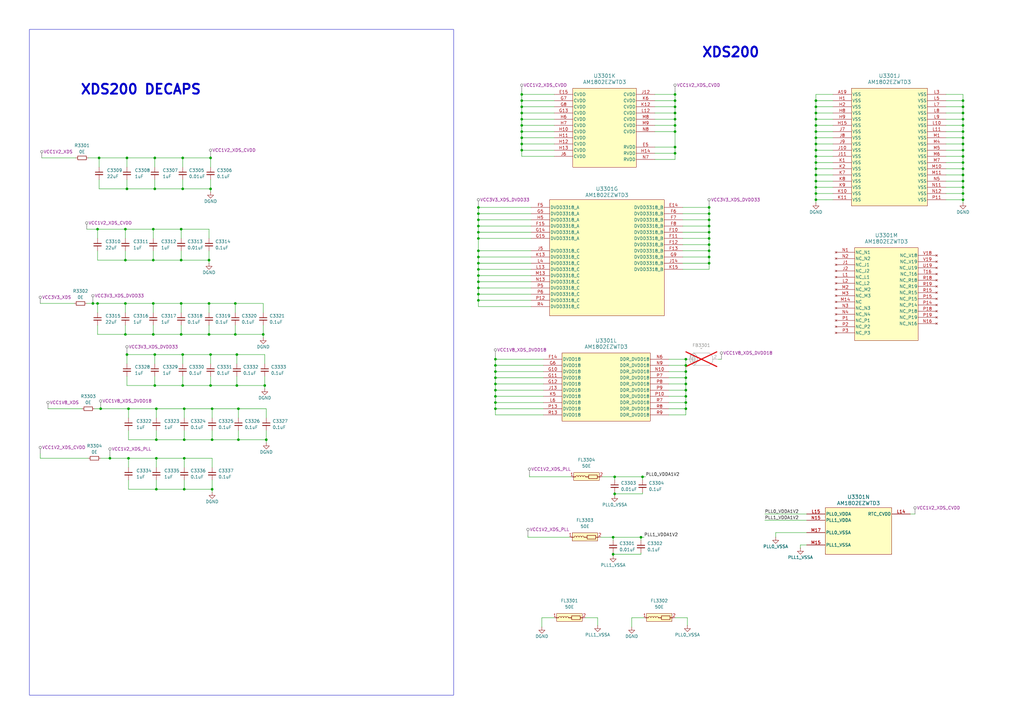
<source format=kicad_sch>
(kicad_sch (version 20250114) (generator "eeschema") (generator_version "9.0")
  (paper "A3")
  (title_block (title "Barre de son (base saine)") (date "2025-05-16") (rev "1.0") (company "NDH"))
  (rectangle (start 12.065 12.065) (end 186.055 285.115))
  (text "XDS200" (at 299.72 21.59 0) (effects (font (size 4 4) (thickness 0.8) (bold yes))))
  (text "XDS200 DECAPS\n" (at 57.785 36.83 0) (effects (font (size 4 4) (thickness 0.8) (bold yes))))
  (junction (at 97.79 167.64))
  (junction (at 334.645 46.355))
  (junction (at 52.705 167.64))
  (junction (at 196.215 95.25))
  (junction (at 394.97 79.375))
  (junction (at 63.5 64.77))
  (junction (at 107.95 137.16))
  (junction (at 40.005 93.98))
  (junction (at 281.305 167.64))
  (junction (at 196.215 105.41))
  (junction (at 334.645 69.215))
  (junction (at 74.93 64.77))
  (junction (at 281.305 165.1))
  (junction (at 213.995 46.355))
  (junction (at 74.295 106.68))
  (junction (at 334.645 51.435))
  (junction (at 85.725 106.68))
  (junction (at 196.215 118.11))
  (junction (at 334.645 43.815))
  (junction (at 213.995 53.975))
  (junction (at 334.645 59.055))
  (junction (at 263.525 195.58))
  (junction (at 394.97 56.515))
  (junction (at 74.93 145.415))
  (junction (at 62.865 93.98))
  (junction (at 276.86 51.435))
  (junction (at 45.085 187.96))
  (junction (at 74.295 137.16))
  (junction (at 62.865 106.68))
  (junction (at 334.645 76.835))
  (junction (at 97.79 180.34))
  (junction (at 40.64 64.77))
  (junction (at 281.305 154.94))
  (junction (at 281.305 160.02))
  (junction (at 334.645 71.755))
  (junction (at 51.435 124.46))
  (junction (at 394.97 59.055))
  (junction (at 196.215 102.87))
  (junction (at 251.46 227.33))
  (junction (at 196.215 92.71))
  (junction (at 85.725 124.46))
  (junction (at 394.97 81.915))
  (junction (at 52.07 64.77))
  (junction (at 196.215 85.09))
  (junction (at 196.215 120.65))
  (junction (at 394.97 46.355))
  (junction (at 108.585 158.115))
  (junction (at 64.135 180.34))
  (junction (at 38.1 124.46))
  (junction (at 394.97 41.275))
  (junction (at 334.645 66.675))
  (junction (at 74.295 124.46))
  (junction (at 75.565 167.64))
  (junction (at 203.2 167.64))
  (junction (at 203.2 157.48))
  (junction (at 196.215 115.57))
  (junction (at 290.83 92.71))
  (junction (at 251.46 220.345))
  (junction (at 281.305 147.32))
  (junction (at 262.89 220.345))
  (junction (at 334.645 41.275))
  (junction (at 64.135 187.96))
  (junction (at 86.36 64.77))
  (junction (at 213.995 51.435))
  (junction (at 203.2 152.4))
  (junction (at 276.86 43.815))
  (junction (at 63.5 77.47))
  (junction (at 334.645 79.375))
  (junction (at 394.97 71.755))
  (junction (at 86.36 158.115))
  (junction (at 394.97 64.135))
  (junction (at 281.305 157.48))
  (junction (at 52.705 187.96))
  (junction (at 75.565 180.34))
  (junction (at 334.645 53.975))
  (junction (at 394.97 66.675))
  (junction (at 203.2 162.56))
  (junction (at 109.22 180.34))
  (junction (at 290.83 97.79))
  (junction (at 252.095 195.58))
  (junction (at 334.645 61.595))
  (junction (at 196.215 97.79))
  (junction (at 196.215 90.17))
  (junction (at 290.83 107.95))
  (junction (at 203.2 147.32))
  (junction (at 64.135 167.64))
  (junction (at 86.995 180.34))
  (junction (at 394.97 43.815))
  (junction (at 97.155 145.415))
  (junction (at 276.86 46.355))
  (junction (at 203.2 165.1))
  (junction (at 75.565 200.66))
  (junction (at 394.97 53.975))
  (junction (at 86.36 77.47))
  (junction (at 290.83 105.41))
  (junction (at 74.93 77.47))
  (junction (at 276.86 60.325))
  (junction (at 63.5 158.115))
  (junction (at 290.83 90.17))
  (junction (at 394.97 48.895))
  (junction (at 290.83 85.09))
  (junction (at 203.2 154.94))
  (junction (at 41.275 167.64))
  (junction (at 213.995 38.735))
  (junction (at 196.215 87.63))
  (junction (at 281.305 152.4))
  (junction (at 276.86 62.865))
  (junction (at 203.2 160.02))
  (junction (at 203.2 149.86))
  (junction (at 196.215 107.95))
  (junction (at 75.565 187.96))
  (junction (at 62.865 137.16))
  (junction (at 276.86 41.275))
  (junction (at 74.93 158.115))
  (junction (at 64.135 200.66))
  (junction (at 281.305 162.56))
  (junction (at 213.995 61.595))
  (junction (at 334.645 56.515))
  (junction (at 196.215 110.49))
  (junction (at 86.995 200.66))
  (junction (at 276.86 53.975))
  (junction (at 52.07 77.47))
  (junction (at 196.215 123.19))
  (junction (at 62.865 124.46))
  (junction (at 334.645 48.895))
  (junction (at 290.83 95.25))
  (junction (at 86.36 145.415))
  (junction (at 252.095 202.565))
  (junction (at 213.995 48.895))
  (junction (at 281.305 149.86))
  (junction (at 85.725 137.16))
  (junction (at 394.97 74.295))
  (junction (at 394.97 51.435))
  (junction (at 213.995 43.815))
  (junction (at 96.52 137.16))
  (junction (at 290.83 87.63))
  (junction (at 334.645 81.915))
  (junction (at 334.645 74.295))
  (junction (at 196.215 113.03))
  (junction (at 276.86 48.895))
  (junction (at 394.97 61.595))
  (junction (at 394.97 76.835))
  (junction (at 86.995 167.64))
  (junction (at 63.5 145.415))
  (junction (at 394.97 69.215))
  (junction (at 51.435 137.16))
  (junction (at 213.995 41.275))
  (junction (at 97.155 158.115))
  (junction (at 40.005 124.46))
  (junction (at 51.435 93.98))
  (junction (at 51.435 106.68))
  (junction (at 290.83 102.87))
  (junction (at 213.995 59.055))
  (junction (at 276.86 38.735))
  (junction (at 213.995 56.515))
  (junction (at 334.645 64.135))
  (junction (at 52.07 145.415))
  (junction (at 96.52 124.46))
  (junction (at 290.83 100.33))
  (junction (at 74.295 93.98))
  (wire (pts (xy 334.645 66.675) (xy 341.63 66.675)))
  (wire (pts (xy 196.215 102.87) (xy 196.215 97.79)))
  (wire (pts (xy 45.085 186.69) (xy 45.085 187.96)))
  (wire (pts (xy 86.995 180.34) (xy 97.79 180.34)))
  (wire (pts (xy 74.295 124.46) (xy 85.725 124.46)))
  (wire (pts (xy 281.94 147.32) (xy 281.305 147.32)))
  (wire (pts (xy 387.985 81.915) (xy 394.97 81.915)))
  (wire (pts (xy 281.94 256.54) (xy 281.94 253.365)))
  (wire (pts (xy 196.215 102.87) (xy 217.805 102.87)))
  (wire (pts (xy 290.83 84.455) (xy 290.83 85.09)))
  (wire (pts (xy 85.725 124.46) (xy 96.52 124.46)))
  (wire (pts (xy 216.535 219.71) (xy 216.535 220.345)))
  (wire (pts (xy 213.995 64.135) (xy 213.995 61.595)))
  (wire (pts (xy 334.645 83.185) (xy 334.645 81.915)))
  (wire (pts (xy 196.215 115.57) (xy 217.805 115.57)))
  (wire (pts (xy 213.995 59.055) (xy 213.995 56.515)))
  (wire (pts (xy 213.995 53.975) (xy 213.995 51.435)))
  (wire (pts (xy 62.865 93.98) (xy 74.295 93.98)))
  (wire (pts (xy 35.56 124.46) (xy 38.1 124.46)))
  (wire (pts (xy 52.705 200.66) (xy 52.705 196.85)))
  (wire (pts (xy 203.2 154.94) (xy 222.885 154.94)))
  (wire (pts (xy 196.215 92.71) (xy 217.805 92.71)))
  (wire (pts (xy 62.865 128.27) (xy 62.865 124.46)))
  (wire (pts (xy 40.64 64.77) (xy 52.07 64.77)))
  (wire (pts (xy 203.2 167.64) (xy 203.2 165.1)))
  (wire (pts (xy 196.215 120.65) (xy 217.805 120.65)))
  (wire (pts (xy 74.93 158.115) (xy 74.93 154.305)))
  (wire (pts (xy 196.215 87.63) (xy 196.215 85.09)))
  (wire (pts (xy 334.645 51.435) (xy 341.63 51.435)))
  (wire (pts (xy 86.36 145.415) (xy 86.36 149.225)))
  (wire (pts (xy 203.2 160.02) (xy 203.2 157.48)))
  (wire (pts (xy 334.645 76.835) (xy 341.63 76.835)))
  (wire (pts (xy 35.56 93.98) (xy 40.005 93.98)))
  (wire (pts (xy 97.79 180.34) (xy 109.22 180.34)))
  (wire (pts (xy 62.865 106.68) (xy 51.435 106.68)))
  (wire (pts (xy 217.805 125.73) (xy 196.215 125.73)))
  (wire (pts (xy 74.93 145.415) (xy 86.36 145.415)))
  (wire (pts (xy 294.64 147.32) (xy 295.91 147.32)))
  (wire (pts (xy 245.11 256.54) (xy 245.11 253.365)))
  (wire (pts (xy 334.645 71.755) (xy 341.63 71.755)))
  (wire (pts (xy 213.995 48.895) (xy 213.995 46.355)))
  (wire (pts (xy 387.985 59.055) (xy 394.97 59.055)))
  (wire (pts (xy 290.83 105.41) (xy 290.83 102.87)))
  (wire (pts (xy 75.565 180.34) (xy 75.565 176.53)))
  (wire (pts (xy 334.645 79.375) (xy 341.63 79.375)))
  (wire (pts (xy 97.155 149.225) (xy 97.155 145.415)))
  (wire (pts (xy 36.195 64.77) (xy 40.64 64.77)))
  (wire (pts (xy 86.995 180.34) (xy 75.565 180.34)))
  (wire (pts (xy 281.305 149.86) (xy 281.305 152.4)))
  (wire (pts (xy 51.435 106.68) (xy 51.435 102.87)))
  (wire (pts (xy 276.86 60.325) (xy 276.86 53.975)))
  (wire (pts (xy 281.305 157.48) (xy 281.305 160.02)))
  (wire (pts (xy 313.69 210.82) (xy 330.835 210.82)))
  (wire (pts (xy 16.51 187.96) (xy 36.195 187.96)))
  (wire (pts (xy 109.22 167.64) (xy 109.22 171.45)))
  (wire (pts (xy 96.52 137.16) (xy 96.52 133.35)))
  (wire (pts (xy 290.83 87.63) (xy 290.83 85.09)))
  (wire (pts (xy 109.22 176.53) (xy 109.22 180.34)))
  (wire (pts (xy 51.435 93.98) (xy 62.865 93.98)))
  (wire (pts (xy 85.725 93.98) (xy 85.725 97.79)))
  (wire (pts (xy 51.435 97.79) (xy 51.435 93.98)))
  (wire (pts (xy 64.135 180.34) (xy 52.705 180.34)))
  (wire (pts (xy 203.2 154.94) (xy 203.2 152.4)))
  (wire (pts (xy 252.095 195.58) (xy 247.015 195.58)))
  (wire (pts (xy 394.97 69.215) (xy 394.97 71.755)))
  (wire (pts (xy 263.525 195.58) (xy 252.095 195.58)))
  (wire (pts (xy 75.565 180.34) (xy 64.135 180.34)))
  (wire (pts (xy 394.97 41.275) (xy 394.97 43.815)))
  (wire (pts (xy 52.07 77.47) (xy 40.64 77.47)))
  (wire (pts (xy 274.32 152.4) (xy 281.305 152.4)))
  (wire (pts (xy 281.305 162.56) (xy 281.305 165.1)))
  (wire (pts (xy 86.995 167.64) (xy 86.995 171.45)))
  (wire (pts (xy 276.86 53.975) (xy 268.605 53.975)))
  (wire (pts (xy 86.36 158.115) (xy 74.93 158.115)))
  (wire (pts (xy 86.36 77.47) (xy 74.93 77.47)))
  (wire (pts (xy 52.705 171.45) (xy 52.705 167.64)))
  (wire (pts (xy 387.985 64.135) (xy 394.97 64.135)))
  (wire (pts (xy 74.295 128.27) (xy 74.295 124.46)))
  (wire (pts (xy 63.5 68.58) (xy 63.5 64.77)))
  (wire (pts (xy 276.86 48.895) (xy 268.605 48.895)))
  (wire (pts (xy 51.435 128.27) (xy 51.435 124.46)))
  (wire (pts (xy 52.07 64.77) (xy 63.5 64.77)))
  (wire (pts (xy 281.305 160.02) (xy 281.305 162.56)))
  (wire (pts (xy 213.995 43.815) (xy 227.33 43.815)))
  (wire (pts (xy 196.215 87.63) (xy 217.805 87.63)))
  (wire (pts (xy 40.64 68.58) (xy 40.64 64.77)))
  (wire (pts (xy 86.36 73.66) (xy 86.36 77.47)))
  (wire (pts (xy 40.005 97.79) (xy 40.005 93.98)))
  (wire (pts (xy 51.435 106.68) (xy 40.005 106.68)))
  (wire (pts (xy 96.52 137.16) (xy 107.95 137.16)))
  (wire (pts (xy 222.25 257.175) (xy 222.25 253.365)))
  (wire (pts (xy 63.5 158.115) (xy 52.07 158.115)))
  (wire (pts (xy 334.645 59.055) (xy 341.63 59.055)))
  (wire (pts (xy 276.86 62.865) (xy 276.86 60.325)))
  (wire (pts (xy 64.135 187.96) (xy 75.565 187.96)))
  (wire (pts (xy 281.94 253.365) (xy 276.86 253.365)))
  (wire (pts (xy 203.2 170.18) (xy 203.2 167.64)))
  (wire (pts (xy 52.07 158.115) (xy 52.07 154.305)))
  (wire (pts (xy 213.995 59.055) (xy 227.33 59.055)))
  (wire (pts (xy 394.97 38.735) (xy 394.97 41.275)))
  (wire (pts (xy 274.32 154.94) (xy 281.305 154.94)))
  (wire (pts (xy 64.135 167.64) (xy 75.565 167.64)))
  (wire (pts (xy 97.155 158.115) (xy 97.155 154.305)))
  (wire (pts (xy 290.83 95.25) (xy 280.035 95.25)))
  (wire (pts (xy 213.995 56.515) (xy 227.33 56.515)))
  (wire (pts (xy 74.93 64.77) (xy 86.36 64.77)))
  (wire (pts (xy 334.645 41.275) (xy 334.645 43.815)))
  (wire (pts (xy 334.645 43.815) (xy 334.645 46.355)))
  (wire (pts (xy 213.995 51.435) (xy 227.33 51.435)))
  (wire (pts (xy 74.93 149.225) (xy 74.93 145.415)))
  (wire (pts (xy 52.705 187.96) (xy 64.135 187.96)))
  (wire (pts (xy 334.645 48.895) (xy 341.63 48.895)))
  (wire (pts (xy 203.2 167.64) (xy 222.885 167.64)))
  (wire (pts (xy 328.295 223.52) (xy 330.835 223.52)))
  (wire (pts (xy 251.46 220.345) (xy 251.46 221.615)))
  (wire (pts (xy 107.95 133.35) (xy 107.95 137.16)))
  (wire (pts (xy 196.215 107.95) (xy 217.805 107.95)))
  (wire (pts (xy 334.645 53.975) (xy 341.63 53.975)))
  (wire (pts (xy 394.97 71.755) (xy 394.97 74.295)))
  (wire (pts (xy 62.865 97.79) (xy 62.865 93.98)))
  (wire (pts (xy 290.83 90.17) (xy 280.035 90.17)))
  (wire (pts (xy 86.995 201.93) (xy 86.995 200.66)))
  (wire (pts (xy 341.63 38.735) (xy 334.645 38.735)))
  (wire (pts (xy 387.985 48.895) (xy 394.97 48.895)))
  (wire (pts (xy 196.215 118.11) (xy 217.805 118.11)))
  (wire (pts (xy 281.305 154.94) (xy 281.305 157.48)))
  (wire (pts (xy 276.86 62.865) (xy 268.605 62.865)))
  (wire (pts (xy 213.995 61.595) (xy 213.995 59.055)))
  (wire (pts (xy 387.985 51.435) (xy 394.97 51.435)))
  (wire (pts (xy 387.985 71.755) (xy 394.97 71.755)))
  (wire (pts (xy 16.51 186.055) (xy 16.51 187.96)))
  (wire (pts (xy 196.215 120.65) (xy 196.215 118.11)))
  (wire (pts (xy 328.295 224.79) (xy 328.295 223.52)))
  (wire (pts (xy 85.725 106.68) (xy 74.295 106.68)))
  (wire (pts (xy 276.86 46.355) (xy 276.86 43.815)))
  (wire (pts (xy 51.435 137.16) (xy 51.435 133.35)))
  (wire (pts (xy 63.5 145.415) (xy 74.93 145.415)))
  (wire (pts (xy 64.135 171.45) (xy 64.135 167.64)))
  (wire (pts (xy 213.995 56.515) (xy 213.995 53.975)))
  (wire (pts (xy 334.645 79.375) (xy 334.645 81.915)))
  (wire (pts (xy 38.1 123.825) (xy 38.1 124.46)))
  (wire (pts (xy 281.305 167.64) (xy 281.305 170.18)))
  (wire (pts (xy 196.215 113.03) (xy 196.215 110.49)))
  (wire (pts (xy 290.83 92.71) (xy 290.83 90.17)))
  (wire (pts (xy 203.2 147.32) (xy 222.885 147.32)))
  (wire (pts (xy 75.565 200.66) (xy 75.565 196.85)))
  (wire (pts (xy 276.86 60.325) (xy 268.605 60.325)))
  (wire (pts (xy 107.95 138.43) (xy 107.95 137.16)))
  (wire (pts (xy 313.69 213.36) (xy 330.835 213.36)))
  (wire (pts (xy 196.215 90.17) (xy 217.805 90.17)))
  (wire (pts (xy 196.215 97.79) (xy 217.805 97.79)))
  (wire (pts (xy 74.295 137.16) (xy 62.865 137.16)))
  (wire (pts (xy 85.725 107.95) (xy 85.725 106.68)))
  (wire (pts (xy 63.5 77.47) (xy 52.07 77.47)))
  (wire (pts (xy 97.155 158.115) (xy 108.585 158.115)))
  (wire (pts (xy 86.995 176.53) (xy 86.995 180.34)))
  (wire (pts (xy 74.93 158.115) (xy 63.5 158.115)))
  (wire (pts (xy 196.215 105.41) (xy 217.805 105.41)))
  (wire (pts (xy 262.89 220.345) (xy 251.46 220.345)))
  (wire (pts (xy 86.995 167.64) (xy 97.79 167.64)))
  (wire (pts (xy 394.97 79.375) (xy 394.97 81.915)))
  (wire (pts (xy 64.135 200.66) (xy 64.135 196.85)))
  (wire (pts (xy 276.86 46.355) (xy 268.605 46.355)))
  (wire (pts (xy 394.97 74.295) (xy 394.97 76.835)))
  (wire (pts (xy 334.645 61.595) (xy 334.645 64.135)))
  (wire (pts (xy 108.585 159.385) (xy 108.585 158.115)))
  (wire (pts (xy 213.995 61.595) (xy 227.33 61.595)))
  (wire (pts (xy 274.32 162.56) (xy 281.305 162.56)))
  (wire (pts (xy 334.645 66.675) (xy 334.645 69.215)))
  (wire (pts (xy 40.005 128.27) (xy 40.005 124.46)))
  (wire (pts (xy 394.97 76.835) (xy 394.97 79.375)))
  (wire (pts (xy 74.295 137.16) (xy 74.295 133.35)))
  (wire (pts (xy 203.2 149.86) (xy 222.885 149.86)))
  (wire (pts (xy 203.2 149.86) (xy 203.2 147.32)))
  (wire (pts (xy 290.83 97.79) (xy 290.83 95.25)))
  (wire (pts (xy 203.2 165.1) (xy 222.885 165.1)))
  (wire (pts (xy 276.86 37.465) (xy 276.86 38.735)))
  (wire (pts (xy 64.135 200.66) (xy 52.705 200.66)))
  (wire (pts (xy 38.1 124.46) (xy 40.005 124.46)))
  (wire (pts (xy 203.2 152.4) (xy 222.885 152.4)))
  (wire (pts (xy 74.93 77.47) (xy 74.93 73.66)))
  (wire (pts (xy 387.985 41.275) (xy 394.97 41.275)))
  (wire (pts (xy 276.86 65.405) (xy 276.86 62.865)))
  (wire (pts (xy 16.51 124.46) (xy 30.48 124.46)))
  (wire (pts (xy 196.215 90.17) (xy 196.215 87.63)))
  (wire (pts (xy 108.585 145.415) (xy 108.585 149.225)))
  (wire (pts (xy 387.985 76.835) (xy 394.97 76.835)))
  (wire (pts (xy 222.25 253.365) (xy 227.33 253.365)))
  (wire (pts (xy 334.645 41.275) (xy 341.63 41.275)))
  (wire (pts (xy 334.645 81.915) (xy 341.63 81.915)))
  (wire (pts (xy 213.995 53.975) (xy 227.33 53.975)))
  (wire (pts (xy 75.565 187.96) (xy 86.995 187.96)))
  (wire (pts (xy 97.155 145.415) (xy 108.585 145.415)))
  (wire (pts (xy 86.995 187.96) (xy 86.995 191.77)))
  (wire (pts (xy 85.725 137.16) (xy 96.52 137.16)))
  (wire (pts (xy 276.86 51.435) (xy 268.605 51.435)))
  (wire (pts (xy 40.005 137.16) (xy 40.005 133.35)))
  (wire (pts (xy 64.135 180.34) (xy 64.135 176.53)))
  (wire (pts (xy 276.86 41.275) (xy 268.605 41.275)))
  (wire (pts (xy 45.085 187.96) (xy 52.705 187.96)))
  (wire (pts (xy 40.64 77.47) (xy 40.64 73.66)))
  (wire (pts (xy 274.32 165.1) (xy 281.305 165.1)))
  (wire (pts (xy 196.215 105.41) (xy 196.215 102.87)))
  (wire (pts (xy 213.995 51.435) (xy 213.995 48.895)))
  (wire (pts (xy 213.995 37.465) (xy 213.995 38.735)))
  (wire (pts (xy 245.11 253.365) (xy 240.03 253.365)))
  (wire (pts (xy 268.605 65.405) (xy 276.86 65.405)))
  (wire (pts (xy 74.295 106.68) (xy 62.865 106.68)))
  (wire (pts (xy 203.2 146.05) (xy 203.2 147.32)))
  (wire (pts (xy 276.86 53.975) (xy 276.86 51.435)))
  (wire (pts (xy 213.995 41.275) (xy 227.33 41.275)))
  (wire (pts (xy 280.035 110.49) (xy 290.83 110.49)))
  (wire (pts (xy 334.645 76.835) (xy 334.645 79.375)))
  (wire (pts (xy 74.295 93.98) (xy 85.725 93.98)))
  (wire (pts (xy 86.995 200.66) (xy 75.565 200.66)))
  (wire (pts (xy 52.07 68.58) (xy 52.07 64.77)))
  (wire (pts (xy 196.215 118.11) (xy 196.215 115.57)))
  (wire (pts (xy 387.985 38.735) (xy 394.97 38.735)))
  (wire (pts (xy 203.2 157.48) (xy 203.2 154.94)))
  (wire (pts (xy 290.83 107.95) (xy 290.83 105.41)))
  (wire (pts (xy 394.97 56.515) (xy 394.97 59.055)))
  (wire (pts (xy 74.93 77.47) (xy 63.5 77.47)))
  (wire (pts (xy 85.725 102.87) (xy 85.725 106.68)))
  (wire (pts (xy 334.645 74.295) (xy 341.63 74.295)))
  (wire (pts (xy 276.86 41.275) (xy 276.86 38.735)))
  (wire (pts (xy 40.005 93.98) (xy 51.435 93.98)))
  (wire (pts (xy 96.52 128.27) (xy 96.52 124.46)))
  (wire (pts (xy 63.5 77.47) (xy 63.5 73.66)))
  (wire (pts (xy 290.83 105.41) (xy 280.035 105.41)))
  (wire (pts (xy 274.32 167.64) (xy 281.305 167.64)))
  (wire (pts (xy 213.995 48.895) (xy 227.33 48.895)))
  (wire (pts (xy 281.305 170.18) (xy 274.32 170.18)))
  (wire (pts (xy 263.525 196.85) (xy 263.525 195.58)))
  (wire (pts (xy 86.36 158.115) (xy 97.155 158.115)))
  (wire (pts (xy 290.83 87.63) (xy 280.035 87.63)))
  (wire (pts (xy 41.275 167.64) (xy 52.705 167.64)))
  (wire (pts (xy 213.995 46.355) (xy 227.33 46.355)))
  (wire (pts (xy 40.005 106.68) (xy 40.005 102.87)))
  (wire (pts (xy 213.995 46.355) (xy 213.995 43.815)))
  (wire (pts (xy 41.275 187.96) (xy 45.085 187.96)))
  (wire (pts (xy 387.985 66.675) (xy 394.97 66.675)))
  (wire (pts (xy 290.83 100.33) (xy 280.035 100.33)))
  (wire (pts (xy 334.645 74.295) (xy 334.645 76.835)))
  (wire (pts (xy 394.97 48.895) (xy 394.97 51.435)))
  (wire (pts (xy 62.865 106.68) (xy 62.865 102.87)))
  (wire (pts (xy 217.17 195.58) (xy 234.315 195.58)))
  (wire (pts (xy 259.08 253.365) (xy 264.16 253.365)))
  (wire (pts (xy 281.305 165.1) (xy 281.305 167.64)))
  (wire (pts (xy 274.32 149.86) (xy 281.305 149.86)))
  (wire (pts (xy 334.645 59.055) (xy 334.645 61.595)))
  (wire (pts (xy 63.5 149.225) (xy 63.5 145.415)))
  (wire (pts (xy 196.215 110.49) (xy 196.215 107.95)))
  (wire (pts (xy 394.97 64.135) (xy 394.97 66.675)))
  (wire (pts (xy 85.725 124.46) (xy 85.725 128.27)))
  (wire (pts (xy 96.52 124.46) (xy 107.95 124.46)))
  (wire (pts (xy 196.215 85.09) (xy 217.805 85.09)))
  (wire (pts (xy 290.83 97.79) (xy 280.035 97.79)))
  (wire (pts (xy 74.295 106.68) (xy 74.295 102.87)))
  (wire (pts (xy 387.985 46.355) (xy 394.97 46.355)))
  (wire (pts (xy 334.645 43.815) (xy 341.63 43.815)))
  (wire (pts (xy 263.525 195.58) (xy 264.795 195.58)))
  (wire (pts (xy 387.985 61.595) (xy 394.97 61.595)))
  (wire (pts (xy 196.215 95.25) (xy 217.805 95.25)))
  (wire (pts (xy 86.36 154.305) (xy 86.36 158.115)))
  (wire (pts (xy 62.865 137.16) (xy 62.865 133.35)))
  (wire (pts (xy 334.645 38.735) (xy 334.645 41.275)))
  (wire (pts (xy 86.36 64.135) (xy 86.36 64.77)))
  (wire (pts (xy 203.2 152.4) (xy 203.2 149.86)))
  (wire (pts (xy 85.725 133.35) (xy 85.725 137.16)))
  (wire (pts (xy 216.535 220.345) (xy 233.68 220.345)))
  (wire (pts (xy 387.985 69.215) (xy 394.97 69.215)))
  (wire (pts (xy 52.705 180.34) (xy 52.705 176.53)))
  (wire (pts (xy 52.705 167.64) (xy 64.135 167.64)))
  (wire (pts (xy 276.86 38.735) (xy 268.605 38.735)))
  (wire (pts (xy 86.36 78.74) (xy 86.36 77.47)))
  (wire (pts (xy 334.645 56.515) (xy 341.63 56.515)))
  (wire (pts (xy 196.215 110.49) (xy 217.805 110.49)))
  (wire (pts (xy 334.645 53.975) (xy 334.645 56.515)))
  (wire (pts (xy 213.995 38.735) (xy 227.33 38.735)))
  (wire (pts (xy 196.215 95.25) (xy 196.215 92.71)))
  (wire (pts (xy 394.97 66.675) (xy 394.97 69.215)))
  (wire (pts (xy 196.215 84.455) (xy 196.215 85.09)))
  (wire (pts (xy 334.645 69.215) (xy 334.645 71.755)))
  (wire (pts (xy 196.215 123.19) (xy 217.805 123.19)))
  (wire (pts (xy 251.46 227.33) (xy 251.46 226.695)))
  (wire (pts (xy 213.995 64.135) (xy 227.33 64.135)))
  (wire (pts (xy 252.095 203.2) (xy 252.095 202.565)))
  (wire (pts (xy 40.005 124.46) (xy 51.435 124.46)))
  (wire (pts (xy 290.83 90.17) (xy 290.83 87.63)))
  (wire (pts (xy 17.145 64.77) (xy 31.115 64.77)))
  (wire (pts (xy 196.215 123.19) (xy 196.215 120.65)))
  (wire (pts (xy 334.645 64.135) (xy 334.645 66.675)))
  (wire (pts (xy 262.89 227.33) (xy 251.46 227.33)))
  (wire (pts (xy 290.83 102.87) (xy 280.035 102.87)))
  (wire (pts (xy 252.095 195.58) (xy 252.095 196.85)))
  (wire (pts (xy 262.89 226.695) (xy 262.89 227.33)))
  (wire (pts (xy 334.645 48.895) (xy 334.645 51.435)))
  (wire (pts (xy 52.07 144.78) (xy 52.07 145.415)))
  (wire (pts (xy 203.2 170.18) (xy 222.885 170.18)))
  (wire (pts (xy 334.645 51.435) (xy 334.645 53.975)))
  (wire (pts (xy 281.305 152.4) (xy 281.305 154.94)))
  (wire (pts (xy 263.525 201.93) (xy 263.525 202.565)))
  (wire (pts (xy 74.93 68.58) (xy 74.93 64.77)))
  (wire (pts (xy 276.86 48.895) (xy 276.86 46.355)))
  (wire (pts (xy 387.985 43.815) (xy 394.97 43.815)))
  (wire (pts (xy 52.07 149.225) (xy 52.07 145.415)))
  (wire (pts (xy 290.83 95.25) (xy 290.83 92.71)))
  (wire (pts (xy 86.36 64.77) (xy 86.36 68.58)))
  (wire (pts (xy 263.525 202.565) (xy 252.095 202.565)))
  (wire (pts (xy 318.135 218.44) (xy 330.835 218.44)))
  (wire (pts (xy 203.2 160.02) (xy 222.885 160.02)))
  (wire (pts (xy 251.46 227.965) (xy 251.46 227.33)))
  (wire (pts (xy 290.83 85.09) (xy 280.035 85.09)))
  (wire (pts (xy 262.89 220.345) (xy 264.16 220.345)))
  (wire (pts (xy 276.86 43.815) (xy 276.86 41.275)))
  (wire (pts (xy 97.79 167.64) (xy 109.22 167.64)))
  (wire (pts (xy 387.985 53.975) (xy 394.97 53.975)))
  (wire (pts (xy 394.97 53.975) (xy 394.97 56.515)))
  (wire (pts (xy 213.995 43.815) (xy 213.995 41.275)))
  (wire (pts (xy 196.215 92.71) (xy 196.215 90.17)))
  (wire (pts (xy 75.565 200.66) (xy 64.135 200.66)))
  (wire (pts (xy 394.97 59.055) (xy 394.97 61.595)))
  (wire (pts (xy 196.215 113.03) (xy 217.805 113.03)))
  (wire (pts (xy 196.215 107.95) (xy 196.215 105.41)))
  (wire (pts (xy 334.645 46.355) (xy 341.63 46.355)))
  (wire (pts (xy 394.97 83.185) (xy 394.97 81.915)))
  (wire (pts (xy 196.215 125.73) (xy 196.215 123.19)))
  (wire (pts (xy 334.645 46.355) (xy 334.645 48.895)))
  (wire (pts (xy 276.86 51.435) (xy 276.86 48.895)))
  (wire (pts (xy 274.32 147.32) (xy 281.305 147.32)))
  (wire (pts (xy 64.135 191.77) (xy 64.135 187.96)))
  (wire (pts (xy 196.215 115.57) (xy 196.215 113.03)))
  (wire (pts (xy 334.645 61.595) (xy 341.63 61.595)))
  (wire (pts (xy 373.38 210.82) (xy 375.285 210.82)))
  (wire (pts (xy 52.07 77.47) (xy 52.07 73.66)))
  (wire (pts (xy 51.435 124.46) (xy 62.865 124.46)))
  (wire (pts (xy 334.645 64.135) (xy 341.63 64.135)))
  (wire (pts (xy 85.725 137.16) (xy 74.295 137.16)))
  (wire (pts (xy 387.985 74.295) (xy 394.97 74.295)))
  (wire (pts (xy 109.22 181.61) (xy 109.22 180.34)))
  (wire (pts (xy 108.585 154.305) (xy 108.585 158.115)))
  (wire (pts (xy 38.735 167.64) (xy 41.275 167.64)))
  (wire (pts (xy 262.89 221.615) (xy 262.89 220.345)))
  (wire (pts (xy 62.865 124.46) (xy 74.295 124.46)))
  (wire (pts (xy 213.995 41.275) (xy 213.995 38.735)))
  (wire (pts (xy 274.32 157.48) (xy 281.305 157.48)))
  (wire (pts (xy 75.565 191.77) (xy 75.565 187.96)))
  (wire (pts (xy 52.705 191.77) (xy 52.705 187.96)))
  (wire (pts (xy 394.97 61.595) (xy 394.97 64.135)))
  (wire (pts (xy 52.07 145.415) (xy 63.5 145.415)))
  (wire (pts (xy 217.17 194.945) (xy 217.17 195.58)))
  (wire (pts (xy 387.985 79.375) (xy 394.97 79.375)))
  (wire (pts (xy 394.97 51.435) (xy 394.97 53.975)))
  (wire (pts (xy 290.83 107.95) (xy 280.035 107.95)))
  (wire (pts (xy 281.305 147.32) (xy 281.305 149.86)))
  (wire (pts (xy 252.095 202.565) (xy 252.095 201.93)))
  (wire (pts (xy 97.79 171.45) (xy 97.79 167.64)))
  (wire (pts (xy 203.2 162.56) (xy 203.2 160.02)))
  (wire (pts (xy 74.295 97.79) (xy 74.295 93.98)))
  (wire (pts (xy 86.995 196.85) (xy 86.995 200.66)))
  (wire (pts (xy 290.83 102.87) (xy 290.83 100.33)))
  (wire (pts (xy 51.435 137.16) (xy 40.005 137.16)))
  (wire (pts (xy 75.565 171.45) (xy 75.565 167.64)))
  (wire (pts (xy 318.135 220.345) (xy 318.135 218.44)))
  (wire (pts (xy 394.97 43.815) (xy 394.97 46.355)))
  (wire (pts (xy 63.5 158.115) (xy 63.5 154.305)))
  (wire (pts (xy 19.685 167.64) (xy 33.655 167.64)))
  (wire (pts (xy 274.32 160.02) (xy 281.305 160.02)))
  (wire (pts (xy 107.95 124.46) (xy 107.95 128.27)))
  (wire (pts (xy 290.83 110.49) (xy 290.83 107.95)))
  (wire (pts (xy 251.46 220.345) (xy 246.38 220.345)))
  (wire (pts (xy 203.2 165.1) (xy 203.2 162.56)))
  (wire (pts (xy 334.645 56.515) (xy 334.645 59.055)))
  (wire (pts (xy 86.36 145.415) (xy 97.155 145.415)))
  (wire (pts (xy 259.08 257.175) (xy 259.08 253.365)))
  (wire (pts (xy 196.215 97.79) (xy 196.215 95.25)))
  (wire (pts (xy 62.865 137.16) (xy 51.435 137.16)))
  (wire (pts (xy 97.79 180.34) (xy 97.79 176.53)))
  (wire (pts (xy 394.97 46.355) (xy 394.97 48.895)))
  (wire (pts (xy 387.985 56.515) (xy 394.97 56.515)))
  (wire (pts (xy 334.645 69.215) (xy 341.63 69.215)))
  (wire (pts (xy 334.645 71.755) (xy 334.645 74.295)))
  (wire (pts (xy 63.5 64.77) (xy 74.93 64.77)))
  (wire (pts (xy 203.2 162.56) (xy 222.885 162.56)))
  (wire (pts (xy 75.565 167.64) (xy 86.995 167.64)))
  (wire (pts (xy 276.86 43.815) (xy 268.605 43.815)))
  (wire (pts (xy 41.275 167.005) (xy 41.275 167.64)))
  (wire (pts (xy 290.83 92.71) (xy 280.035 92.71)))
  (wire (pts (xy 290.83 100.33) (xy 290.83 97.79)))
  (wire (pts (xy 203.2 157.48) (xy 222.885 157.48)))
  (label "PLL0_VDDA1V2" (at 264.795 195.58 0))
  (label "PLL1_VDDA1V2" (at 264.16 220.345 0))
  (label "PLL0_VDDA1V2" (at 313.69 210.82 0))
  (label "PLL1_VDDA1V2" (at 313.69 213.36 0))
  (netclass_flag "" (length 2.54) (shape round) (at 196.215 84.455 0) (property "Netclass" "VCC3V3_XDS_DVDD33" (at 196.9135 81.915 0) (effects (justify left))))
  (netclass_flag "" (length 2.54) (shape round) (at 217.17 194.945 0) (property "Netclass" "VCC1V2_XDS_PLL" (at 217.8685 192.405 0) (effects (justify left))))
  (netclass_flag "" (length 2.54) (shape round) (at 52.07 144.78 0) (property "Netclass" "VCC3V3_XDS_DVDD33" (at 52.7685 142.24 0) (effects (justify left))))
  (netclass_flag "" (length 2.54) (shape round) (at 216.535 219.71 0) (property "Netclass" "VCC1V2_XDS_PLL" (at 217.2335 217.17 0) (effects (justify left))))
  (netclass_flag "" (length 2.54) (shape round) (at 41.275 167.005 0) (property "Netclass" "VCC1V8_XDS_DVDD18" (at 41.9735 164.465 0) (effects (justify left))))
  (netclass_flag "" (length 2.54) (shape round) (at 213.995 37.465 0) (property "Netclass" "VCC1V2_XDS_CVDD" (at 214.6935 34.925 0) (effects (justify left))))
  (netclass_flag "" (length 2.54) (shape round) (at 17.145 64.77 0) (property "Netclass" "VCC1V2_XDS" (at 17.8435 62.23 0) (effects (justify left))))
  (netclass_flag "" (length 2.54) (shape round) (at 16.51 124.46 0) (property "Netclass" "VCC3V3_XDS" (at 17.2085 121.92 0) (effects (justify left))))
  (netclass_flag "" (length 2.54) (shape round) (at 86.36 64.135 0) (property "Netclass" "VCC1V2_XDS_CVDD" (at 87.0585 61.595 0) (effects (justify left))))
  (netclass_flag "" (length 2.54) (shape round) (at 295.91 147.32 0) (property "Netclass" "VCC1V8_XDS_DVDD18" (at 296.6085 144.78 0) (effects (justify left))))
  (netclass_flag "" (length 2.54) (shape round) (at 290.83 84.455 0) (property "Netclass" "VCC3V3_XDS_DVDD33" (at 291.5285 81.915 0) (effects (justify left))))
  (netclass_flag "" (length 2.54) (shape round) (at 375.285 210.82 0) (property "Netclass" "VCC1V2_XDS_CVDD" (at 375.9835 208.28 0) (effects (justify left))))
  (netclass_flag "" (length 2.54) (shape round) (at 45.085 186.69 0) (property "Netclass" "VCC1V2_XDS_PLL" (at 45.7835 184.15 0) (effects (justify left))))
  (netclass_flag "" (length 2.54) (shape round) (at 16.51 186.055 0) (property "Netclass" "VCC1V2_XDS_CVDD" (at 17.2085 183.515 0) (effects (justify left))))
  (netclass_flag "" (length 2.54) (shape round) (at 35.56 93.98 0) (property "Netclass" "VCC1V2_XDS_CVDD" (at 36.2585 91.44 0) (effects (justify left))))
  (netclass_flag "" (length 2.54) (shape round) (at 19.685 167.64 0) (property "Netclass" "VCC1V8_XDS" (at 20.3835 165.1 0) (effects (justify left))))
  (netclass_flag "" (length 2.54) (shape round) (at 203.2 146.05 0) (property "Netclass" "VCC1V8_XDS_DVDD18" (at 203.8985 143.51 0) (effects (justify left))))
  (netclass_flag "" (length 2.54) (shape round) (at 38.1 123.825 0) (property "Netclass" "VCC3V3_XDS_DVDD33" (at 38.7985 121.285 0) (effects (justify left))))
  (netclass_flag "" (length 2.54) (shape round) (at 276.86 37.465 0) (property "Netclass" "VCC1V2_XDS_CVDD" (at 277.5585 34.925 0) (effects (justify left))))
  (symbol (lib_id "Libglobal:AM1802EZWTD3") (at 230.505 308.61 0) (unit 14)
    (property "Reference" "U3301" (at 352.1075 203.835 0) (effects (font (size 1.524 1.524))))
    (property "Value" "AM1802EZWTD3" (at 352.1075 206.375 0) (effects (font (size 1.524 1.524))))
    (property "Footprint" "ZCE361" (effects (hide yes)))
    (property "Datasheet" "AM1802EZWTD3" (effects (hide yes)))
  )
  (symbol (lib_id "power:GND") (at 259.08 257.175 0) (unit 1)
    (property "Reference" "#PWR0690" (effects (hide yes)))
    (property "Value" "DGND" (at 259.08 260.985 0))
    (property "Description" "Power symbol creates a global label with name \"GND\" , ground" (effects (hide yes)))
  )
  (symbol (lib_id "power:GND") (at 86.995 201.93 0) (unit 1)
    (property "Reference" "#PWR0699" (effects (hide yes)))
    (property "Value" "DGND" (at 86.995 205.74 0))
    (property "Description" "Power symbol creates a global label with name \"GND\" , ground" (effects (hide yes)))
  )
  (symbol (lib_id "Libglobal:AM1802EZWTD3") (at 125.095 182.88 0) (unit 7)
    (property "Reference" "U3301" (at 248.92 77.47 0) (effects (font (size 1.524 1.524))))
    (property "Value" "AM1802EZWTD3" (at 248.92 80.01 0) (effects (font (size 1.524 1.524))))
    (property "Footprint" "ZCE361" (effects (hide yes)))
    (property "Datasheet" "AM1802EZWTD3" (effects (hide yes)))
  )
  (symbol (lib_id "Device:C_Small") (at 64.135 194.31 0) (unit 1)
    (property "Reference" "C3335" (at 67.31 193.0462 0) (effects (justify left)))
    (property "Value" "1uF" (at 67.31 195.5862 0) (effects (justify left)))
    (property "Description" "Unpolarized capacitor, small symbol" (effects (hide yes)))
  )
  (symbol (lib_id "Device:C_Small") (at 262.89 224.155 0) (unit 1)
    (property "Reference" "C3302" (at 265.43 222.8912 0) (effects (justify left)))
    (property "Value" "0.1uF" (at 265.43 225.4312 0) (effects (justify left)))
    (property "Description" "Unpolarized capacitor, small symbol" (effects (hide yes)))
  )
  (symbol (lib_id "power:GND") (at 108.585 159.385 0) (unit 1)
    (property "Reference" "#PWR0698" (effects (hide yes)))
    (property "Value" "DGND" (at 108.585 163.195 0))
    (property "Description" "Power symbol creates a global label with name \"GND\" , ground" (effects (hide yes)))
  )
  (symbol (lib_id "power:GND") (at 109.22 181.61 0) (unit 1)
    (property "Reference" "#PWR0697" (effects (hide yes)))
    (property "Value" "DGND" (at 109.22 185.42 0))
    (property "Description" "Power symbol creates a global label with name \"GND\" , ground" (effects (hide yes)))
  )
  (symbol (lib_id "Libglobal:AM1802EZWTD3") (at 240.665 136.525 0) (unit 10)
    (property "Reference" "U3301" (at 364.8075 31.115 0) (effects (font (size 1.524 1.524))))
    (property "Value" "AM1802EZWTD3" (at 364.8075 33.655 0) (effects (font (size 1.524 1.524))))
    (property "Footprint" "ZCE361" (effects (hide yes)))
    (property "Datasheet" "AM1802EZWTD3" (effects (hide yes)))
  )
  (symbol (lib_id "Libglobal:BLM18EG121SN1D") (at 242.57 208.915 0) (unit 1)
    (property "Reference" "FL3303" (at 239.903 213.36 0))
    (property "Value" "50E" (at 239.903 215.9 0))
    (property "Footprint" "BLM18EG121SN1D:BEADC1608X95N" (effects (hide yes)))
    (property "MF" "Murata Electronics" (effects (hide yes)))
    (property "Description_1" "120 Ohms @ 100 MHz 1 - Ferrite Bead 0603 (1608 Metric) 2A 40mOhm" (effects (hide yes)))
    (property "Package" "1608 Murata" (effects (hide yes)))
    (property "Price" "None" (effects (hide yes)))
    (property "SnapEDA_Link" "https://www.snapeda.com/parts/BLM18EG121SN1D/Murata/view-part/?ref=snap" (effects (hide yes)))
    (property "MP" "BLM18EG121SN1D" (effects (hide yes)))
    (property "Availability" "In Stock" (effects (hide yes)))
    (property "Check_prices" "https://www.snapeda.com/parts/BLM18EG121SN1D/Murata/view-part/?ref=eda" (effects (hide yes)))
  )
  (symbol (lib_id "Device:C_Small") (at 86.36 151.765 0) (unit 1)
    (property "Reference" "C3331" (at 88.9 150.5012 0) (effects (justify left)))
    (property "Value" "0.1uF" (at 88.9 153.0412 0) (effects (justify left)))
    (property "Description" "Unpolarized capacitor, small symbol" (effects (hide yes)))
  )
  (symbol (lib_id "Device:C_Small") (at 252.095 199.39 0) (unit 1)
    (property "Reference" "C3303" (at 254.635 198.1262 0) (effects (justify left)))
    (property "Value" "0.01uF" (at 254.635 200.6662 0) (effects (justify left)))
    (property "Description" "Unpolarized capacitor, small symbol" (effects (hide yes)))
  )
  (symbol (lib_id "power:GND") (at 394.97 83.185 0) (unit 1)
    (property "Reference" "#PWR0685" (effects (hide yes)))
    (property "Value" "DGND" (at 394.97 86.995 0))
    (property "Description" "Power symbol creates a global label with name \"GND\" , ground" (effects (hide yes)))
  )
  (symbol (lib_id "Device:C_Small") (at 97.155 151.765 0) (unit 1)
    (property "Reference" "C3332" (at 99.695 150.5012 0) (effects (justify left)))
    (property "Value" "0.1uF" (at 99.695 153.0412 0) (effects (justify left)))
    (property "Description" "Unpolarized capacitor, small symbol" (effects (hide yes)))
  )
  (symbol (lib_id "Libglobal:BLM18EG121SN1D") (at 243.205 184.15 0) (unit 1)
    (property "Reference" "FL3304" (at 240.538 188.595 0))
    (property "Value" "50E" (at 240.538 191.135 0))
    (property "Footprint" "BLM18EG121SN1D:BEADC1608X95N" (effects (hide yes)))
    (property "MF" "Murata Electronics" (effects (hide yes)))
    (property "Description_1" "120 Ohms @ 100 MHz 1 - Ferrite Bead 0603 (1608 Metric) 2A 40mOhm" (effects (hide yes)))
    (property "Package" "1608 Murata" (effects (hide yes)))
    (property "Price" "None" (effects (hide yes)))
    (property "SnapEDA_Link" "https://www.snapeda.com/parts/BLM18EG121SN1D/Murata/view-part/?ref=snap" (effects (hide yes)))
    (property "MP" "BLM18EG121SN1D" (effects (hide yes)))
    (property "Availability" "In Stock" (effects (hide yes)))
    (property "Check_prices" "https://www.snapeda.com/parts/BLM18EG121SN1D/Murata/view-part/?ref=eda" (effects (hide yes)))
  )
  (symbol (lib_id "Device:C_Small") (at 52.07 71.12 0) (unit 1)
    (property "Reference" "C3308" (at 55.245 69.8562 0) (effects (justify left)))
    (property "Value" "1uF" (at 55.245 72.3962 0) (effects (justify left)))
    (property "Description" "Unpolarized capacitor, small symbol" (effects (hide yes)))
  )
  (symbol (lib_id "Device:C_Small") (at 62.865 100.33 0) (unit 1)
    (property "Reference" "C3312" (at 66.04 99.0662 0) (effects (justify left)))
    (property "Value" "1uF" (at 66.04 101.6062 0) (effects (justify left)))
    (property "Description" "Unpolarized capacitor, small symbol" (effects (hide yes)))
  )
  (symbol (lib_id "Device:C_Small") (at 85.725 100.33 0) (unit 1)
    (property "Reference" "C3314" (at 88.265 99.0662 0) (effects (justify left)))
    (property "Value" "0.1uF" (at 88.265 101.6062 0) (effects (justify left)))
    (property "Description" "Unpolarized capacitor, small symbol" (effects (hide yes)))
  )
  (symbol (lib_id "Device:C_Small") (at 263.525 199.39 0) (unit 1)
    (property "Reference" "C3304" (at 266.065 198.1262 0) (effects (justify left)))
    (property "Value" "0.1uF" (at 266.065 200.6662 0) (effects (justify left)))
    (property "Description" "Unpolarized capacitor, small symbol" (effects (hide yes)))
  )
  (symbol (lib_id "Device:C_Small") (at 96.52 130.81 0) (unit 1)
    (property "Reference" "C3320" (at 99.06 129.5462 0) (effects (justify left)))
    (property "Value" "0.1uF" (at 99.06 132.0862 0) (effects (justify left)))
    (property "Description" "Unpolarized capacitor, small symbol" (effects (hide yes)))
  )
  (symbol (lib_id "Libglobal:AM1802EZWTD3") (at 127 136.525 0) (unit 11)
    (property "Reference" "U3301" (at 247.9675 31.115 0) (effects (font (size 1.524 1.524))))
    (property "Value" "AM1802EZWTD3" (at 247.9675 33.655 0) (effects (font (size 1.524 1.524))))
    (property "Footprint" "ZCE361" (effects (hide yes)))
    (property "Datasheet" "AM1802EZWTD3" (effects (hide yes)))
  )
  (symbol (lib_id "power:GND") (at 334.645 83.185 0) (unit 1)
    (property "Reference" "#PWR0684" (effects (hide yes)))
    (property "Value" "DGND" (at 334.645 86.995 0))
    (property "Description" "Power symbol creates a global label with name \"GND\" , ground" (effects (hide yes)))
  )
  (symbol (lib_id "Device:C_Small") (at 74.93 151.765 0) (unit 1)
    (property "Reference" "C3330" (at 77.47 150.5012 0) (effects (justify left)))
    (property "Value" "0.1uF" (at 77.47 153.0412 0) (effects (justify left)))
    (property "Description" "Unpolarized capacitor, small symbol" (effects (hide yes)))
  )
  (symbol (lib_id "Device:C_Small") (at 63.5 71.12 0) (unit 1)
    (property "Reference" "C3307" (at 66.675 69.8562 0) (effects (justify left)))
    (property "Value" "1uF" (at 66.675 72.3962 0) (effects (justify left)))
    (property "Description" "Unpolarized capacitor, small symbol" (effects (hide yes)))
  )
  (symbol (lib_id "power:GND") (at 85.725 107.95 0) (unit 1)
    (property "Reference" "#PWR0695" (effects (hide yes)))
    (property "Value" "DGND" (at 85.725 111.76 0))
    (property "Description" "Power symbol creates a global label with name \"GND\" , ground" (effects (hide yes)))
  )
  (symbol (lib_id "Device:R_Small") (at 33.02 124.46 90) (unit 1)
    (property "Reference" "R3302" (at 33.02 119.38 90))
    (property "Value" "0E" (at 33.02 121.92 90))
    (property "Description" "Resistor, small symbol" (effects (hide yes)))
  )
  (symbol (lib_id "power:GND") (at 86.36 78.74 0) (unit 1)
    (property "Reference" "#PWR0692" (effects (hide yes)))
    (property "Value" "DGND" (at 86.36 82.55 0))
    (property "Description" "Power symbol creates a global label with name \"GND\" , ground" (effects (hide yes)))
  )
  (symbol (lib_id "Device:C_Small") (at 109.22 173.99 0) (unit 1)
    (property "Reference" "C3327" (at 111.76 172.7262 0) (effects (justify left)))
    (property "Value" "0.1uF" (at 111.76 175.2662 0) (effects (justify left)))
    (property "Description" "Unpolarized capacitor, small symbol" (effects (hide yes)))
  )
  (symbol (lib_id "power:GND") (at 281.94 256.54 0) (unit 1)
    (property "Reference" "#PWR0691" (effects (hide yes)))
    (property "Value" "PLL0_VSSA" (at 281.94 260.35 0))
    (property "Description" "Power symbol creates a global label with name \"GND\" , ground" (effects (hide yes)))
  )
  (symbol (lib_id "Device:C_Small") (at 86.995 173.99 0) (unit 1)
    (property "Reference" "C3325" (at 89.535 172.7262 0) (effects (justify left)))
    (property "Value" "0.1uF" (at 89.535 175.2662 0) (effects (justify left)))
    (property "Description" "Unpolarized capacitor, small symbol" (effects (hide yes)))
  )
  (symbol (lib_id "Libglobal:BLM18EG121SN1D") (at 236.22 241.935 0) (unit 1)
    (property "Reference" "FL3301" (at 233.553 246.38 0))
    (property "Value" "50E" (at 233.553 248.92 0))
    (property "Footprint" "BLM18EG121SN1D:BEADC1608X95N" (effects (hide yes)))
    (property "MF" "Murata Electronics" (effects (hide yes)))
    (property "Description_1" "120 Ohms @ 100 MHz 1 - Ferrite Bead 0603 (1608 Metric) 2A 40mOhm" (effects (hide yes)))
    (property "Package" "1608 Murata" (effects (hide yes)))
    (property "Price" "None" (effects (hide yes)))
    (property "SnapEDA_Link" "https://www.snapeda.com/parts/BLM18EG121SN1D/Murata/view-part/?ref=snap" (effects (hide yes)))
    (property "MP" "BLM18EG121SN1D" (effects (hide yes)))
    (property "Availability" "In Stock" (effects (hide yes)))
    (property "Check_prices" "https://www.snapeda.com/parts/BLM18EG121SN1D/Murata/view-part/?ref=eda" (effects (hide yes)))
  )
  (symbol (lib_id "Device:C_Small") (at 51.435 130.81 0) (unit 1)
    (property "Reference" "C3316" (at 54.61 129.5462 0) (effects (justify left)))
    (property "Value" "1uF" (at 54.61 132.0862 0) (effects (justify left)))
    (property "Description" "Unpolarized capacitor, small symbol" (effects (hide yes)))
  )
  (symbol (lib_id "power:GND") (at 107.95 138.43 0) (unit 1)
    (property "Reference" "#PWR0696" (effects (hide yes)))
    (property "Value" "DGND" (at 107.95 142.24 0))
    (property "Description" "Power symbol creates a global label with name \"GND\" , ground" (effects (hide yes)))
  )
  (symbol (lib_id "Device:C_Small") (at 107.95 130.81 0) (unit 1)
    (property "Reference" "C3321" (at 110.49 129.5462 0) (effects (justify left)))
    (property "Value" "0.1uF" (at 110.49 132.0862 0) (effects (justify left)))
    (property "Description" "Unpolarized capacitor, small symbol" (effects (hide yes)))
  )
  (symbol (lib_id "Device:C_Small") (at 74.93 71.12 0) (unit 1)
    (property "Reference" "C3305" (at 77.47 69.8562 0) (effects (justify left)))
    (property "Value" "0.01uF" (at 77.47 72.3962 0) (effects (justify left)))
    (property "Description" "Unpolarized capacitor, small symbol" (effects (hide yes)))
  )
  (symbol (lib_id "Device:R_Small") (at 38.735 187.96 90) (unit 1)
    (property "Reference" "R3304" (at 38.735 182.88 90))
    (property "Value" "0E" (at 38.735 185.42 90))
    (property "Description" "Resistor, small symbol" (effects (hide yes)))
  )
  (symbol (lib_id "Device:C_Small") (at 75.565 173.99 0) (unit 1)
    (property "Reference" "C3324" (at 78.105 172.7262 0) (effects (justify left)))
    (property "Value" "0.1uF" (at 78.105 175.2662 0) (effects (justify left)))
    (property "Description" "Unpolarized capacitor, small symbol" (effects (hide yes)))
  )
  (symbol (lib_id "Libglobal:AM1802EZWTD3") (at 242.57 201.295 0) (unit 13)
    (property "Reference" "U3301" (at 363.5375 96.52 0) (effects (font (size 1.524 1.524))))
    (property "Value" "AM1802EZWTD3" (at 363.5375 99.06 0) (effects (font (size 1.524 1.524))))
    (property "Footprint" "ZCE361" (effects (hide yes)))
    (property "Datasheet" "AM1802EZWTD3" (effects (hide yes)))
  )
  (symbol (lib_id "Device:C_Small") (at 63.5 151.765 0) (unit 1)
    (property "Reference" "C3329" (at 66.675 150.5012 0) (effects (justify left)))
    (property "Value" "1uF" (at 66.675 153.0412 0) (effects (justify left)))
    (property "Description" "Unpolarized capacitor, small symbol" (effects (hide yes)))
  )
  (symbol (lib_id "Device:C_Small") (at 108.585 151.765 0) (unit 1)
    (property "Reference" "C3333" (at 111.125 150.5012 0) (effects (justify left)))
    (property "Value" "0.1uF" (at 111.125 153.0412 0) (effects (justify left)))
    (property "Description" "Unpolarized capacitor, small symbol" (effects (hide yes)))
  )
  (symbol (lib_id "Device:C_Small") (at 251.46 224.155 0) (unit 1)
    (property "Reference" "C3301" (at 254 222.8912 0) (effects (justify left)))
    (property "Value" "0.01uF" (at 254 225.4312 0) (effects (justify left)))
    (property "Description" "Unpolarized capacitor, small symbol" (effects (hide yes)))
  )
  (symbol (lib_id "Device:C_Small") (at 40.64 71.12 0) (unit 1)
    (property "Reference" "C3309" (at 43.815 69.8562 0) (effects (justify left)))
    (property "Value" "22uF" (at 43.815 72.3962 0) (effects (justify left)))
    (property "Description" "Unpolarized capacitor, small symbol" (effects (hide yes)))
  )
  (symbol (lib_id "power:GND") (at 245.11 256.54 0) (unit 1)
    (property "Reference" "#PWR0688" (effects (hide yes)))
    (property "Value" "PLL1_VSSA" (at 245.11 260.35 0))
    (property "Description" "Power symbol creates a global label with name \"GND\" , ground" (effects (hide yes)))
  )
  (symbol (lib_id "Device:C_Small") (at 62.865 130.81 0) (unit 1)
    (property "Reference" "C3317" (at 66.04 129.5462 0) (effects (justify left)))
    (property "Value" "1uF" (at 66.04 132.0862 0) (effects (justify left)))
    (property "Description" "Unpolarized capacitor, small symbol" (effects (hide yes)))
  )
  (symbol (lib_id "Device:C_Small") (at 75.565 194.31 0) (unit 1)
    (property "Reference" "C3336" (at 78.105 193.0462 0) (effects (justify left)))
    (property "Value" "0.1uF" (at 78.105 195.5862 0) (effects (justify left)))
    (property "Description" "Unpolarized capacitor, small symbol" (effects (hide yes)))
  )
  (symbol (lib_id "Device:C_Small") (at 51.435 100.33 0) (unit 1)
    (property "Reference" "C3311" (at 54.61 99.0662 0) (effects (justify left)))
    (property "Value" "1uF" (at 54.61 101.6062 0) (effects (justify left)))
    (property "Description" "Unpolarized capacitor, small symbol" (effects (hide yes)))
  )
  (symbol (lib_id "Device:C_Small") (at 85.725 130.81 0) (unit 1)
    (property "Reference" "C3319" (at 88.265 129.5462 0) (effects (justify left)))
    (property "Value" "0.1uF" (at 88.265 132.0862 0) (effects (justify left)))
    (property "Description" "Unpolarized capacitor, small symbol" (effects (hide yes)))
  )
  (symbol (lib_id "Libglobal:AM1802EZWTD3") (at 128.905 245.11 0) (unit 12)
    (property "Reference" "U3301" (at 248.6025 139.7 0) (effects (font (size 1.524 1.524))))
    (property "Value" "AM1802EZWTD3" (at 248.6025 142.24 0) (effects (font (size 1.524 1.524))))
    (property "Footprint" "ZCE361" (effects (hide yes)))
    (property "Datasheet" "AM1802EZWTD3" (effects (hide yes)))
  )
  (symbol (lib_id "Device:C_Small") (at 40.005 130.81 0) (unit 1)
    (property "Reference" "C3315" (at 43.18 129.5462 0) (effects (justify left)))
    (property "Value" "22uF" (at 43.18 132.0862 0) (effects (justify left)))
    (property "Description" "Unpolarized capacitor, small symbol" (effects (hide yes)))
  )
  (symbol (lib_id "Device:C_Small") (at 86.995 194.31 0) (unit 1)
    (property "Reference" "C3337" (at 89.535 193.0462 0) (effects (justify left)))
    (property "Value" "0.1uF" (at 89.535 195.5862 0) (effects (justify left)))
    (property "Description" "Unpolarized capacitor, small symbol" (effects (hide yes)))
  )
  (symbol (lib_id "Device:C_Small") (at 97.79 173.99 0) (unit 1)
    (property "Reference" "C3326" (at 100.33 172.7262 0) (effects (justify left)))
    (property "Value" "0.1uF" (at 100.33 175.2662 0) (effects (justify left)))
    (property "Description" "Unpolarized capacitor, small symbol" (effects (hide yes)))
  )
  (symbol (lib_id "Device:C_Small") (at 64.135 173.99 0) (unit 1)
    (property "Reference" "C3323" (at 67.31 172.7262 0) (effects (justify left)))
    (property "Value" "1uF" (at 67.31 175.2662 0) (effects (justify left)))
    (property "Description" "Unpolarized capacitor, small symbol" (effects (hide yes)))
  )
  (symbol (lib_id "Device:C_Small") (at 52.705 194.31 0) (unit 1)
    (property "Reference" "C3334" (at 55.88 193.0462 0) (effects (justify left)))
    (property "Value" "1uF" (at 55.88 195.5862 0) (effects (justify left)))
    (property "Description" "Unpolarized capacitor, small symbol" (effects (hide yes)))
  )
  (symbol (lib_id "power:GND") (at 318.135 220.345 0) (unit 1)
    (property "Reference" "#PWR0686" (effects (hide yes)))
    (property "Value" "PLL0_VSSA" (at 318.135 224.155 0))
    (property "Description" "Power symbol creates a global label with name \"GND\" , ground" (effects (hide yes)))
  )
  (symbol (lib_id "Device:C_Small") (at 74.295 100.33 0) (unit 1)
    (property "Reference" "C3313" (at 76.835 99.0662 0) (effects (justify left)))
    (property "Value" "0.01uF" (at 76.835 101.6062 0) (effects (justify left)))
    (property "Description" "Unpolarized capacitor, small symbol" (effects (hide yes)))
  )
  (symbol (lib_id "Device:C_Small") (at 52.705 173.99 0) (unit 1)
    (property "Reference" "C3322" (at 55.88 172.7262 0) (effects (justify left)))
    (property "Value" "1uF" (at 55.88 175.2662 0) (effects (justify left)))
    (property "Description" "Unpolarized capacitor, small symbol" (effects (hide yes)))
  )
  (symbol (lib_id "Device:R_Small") (at 33.655 64.77 90) (unit 1)
    (property "Reference" "R3301" (at 33.655 59.69 90))
    (property "Value" "0E" (at 33.655 62.23 90))
    (property "Description" "Resistor, small symbol" (effects (hide yes)))
  )
  (symbol (lib_id "power:GND") (at 328.295 224.79 0) (unit 1)
    (property "Reference" "#PWR0687" (effects (hide yes)))
    (property "Value" "PLL1_VSSA" (at 328.295 228.6 0))
    (property "Description" "Power symbol creates a global label with name \"GND\" , ground" (effects (hide yes)))
  )
  (symbol (lib_id "Libglobal:BLM18EG121SN1D") (at 273.05 241.935 0) (unit 1)
    (property "Reference" "FL3302" (at 270.383 246.38 0))
    (property "Value" "50E" (at 270.383 248.92 0))
    (property "Footprint" "BLM18EG121SN1D:BEADC1608X95N" (effects (hide yes)))
    (property "MF" "Murata Electronics" (effects (hide yes)))
    (property "Description_1" "120 Ohms @ 100 MHz 1 - Ferrite Bead 0603 (1608 Metric) 2A 40mOhm" (effects (hide yes)))
    (property "Package" "1608 Murata" (effects (hide yes)))
    (property "Price" "None" (effects (hide yes)))
    (property "SnapEDA_Link" "https://www.snapeda.com/parts/BLM18EG121SN1D/Murata/view-part/?ref=snap" (effects (hide yes)))
    (property "MP" "BLM18EG121SN1D" (effects (hide yes)))
    (property "Availability" "In Stock" (effects (hide yes)))
    (property "Check_prices" "https://www.snapeda.com/parts/BLM18EG121SN1D/Murata/view-part/?ref=eda" (effects (hide yes)))
  )
  (symbol (lib_id "power:GND") (at 251.46 227.965 0) (unit 1)
    (property "Reference" "#PWR0693" (effects (hide yes)))
    (property "Value" "PLL1_VSSA" (at 251.46 231.775 0))
    (property "Description" "Power symbol creates a global label with name \"GND\" , ground" (effects (hide yes)))
  )
  (symbol (lib_id "Device:C_Small") (at 86.36 71.12 0) (unit 1)
    (property "Reference" "C3306" (at 88.9 69.8562 0) (effects (justify left)))
    (property "Value" "0.1uF" (at 88.9 72.3962 0) (effects (justify left)))
    (property "Description" "Unpolarized capacitor, small symbol" (effects (hide yes)))
  )
  (symbol (lib_id "Device:C_Small") (at 40.005 100.33 0) (unit 1)
    (property "Reference" "C3310" (at 43.18 99.0662 0) (effects (justify left)))
    (property "Value" "22uF" (at 43.18 101.6062 0) (effects (justify left)))
    (property "Description" "Unpolarized capacitor, small symbol" (effects (hide yes)))
  )
  (symbol (lib_id "Device:C_Small") (at 74.295 130.81 0) (unit 1)
    (property "Reference" "C3318" (at 76.835 129.5462 0) (effects (justify left)))
    (property "Value" "0.1uF" (at 76.835 132.0862 0) (effects (justify left)))
    (property "Description" "Unpolarized capacitor, small symbol" (effects (hide yes)))
  )
  (symbol (lib_id "power:GND") (at 222.25 257.175 0) (unit 1)
    (property "Reference" "#PWR0689" (effects (hide yes)))
    (property "Value" "DGND" (at 222.25 260.985 0))
    (property "Description" "Power symbol creates a global label with name \"GND\" , ground" (effects (hide yes)))
  )
  (symbol (lib_id "power:GND") (at 252.095 203.2 0) (unit 1)
    (property "Reference" "#PWR0694" (effects (hide yes)))
    (property "Value" "PLL0_VSSA" (at 252.095 207.01 0))
    (property "Description" "Power symbol creates a global label with name \"GND\" , ground" (effects (hide yes)))
  )
  (symbol (lib_id "Libglobal:MPZ1005S121CT000") (at 288.29 143.51 0) (unit 1) (dnp yes)
    (property "Reference" "FB3301" (at 287.655 141.605 0))
    (property "Value" "~" (at 287.655 142.875 0))
  )
  (symbol (lib_id "Device:R_Small") (at 36.195 167.64 90) (unit 1)
    (property "Reference" "R3303" (at 36.195 162.56 90))
    (property "Value" "0E" (at 36.195 165.1 90))
    (property "Description" "Resistor, small symbol" (effects (hide yes)))
  )
  (symbol (lib_id "Device:C_Small") (at 52.07 151.765 0) (unit 1)
    (property "Reference" "C3328" (at 55.245 150.5012 0) (effects (justify left)))
    (property "Value" "1uF" (at 55.245 153.0412 0) (effects (justify left)))
    (property "Description" "Unpolarized capacitor, small symbol" (effects (hide yes)))
  )
)
</source>
